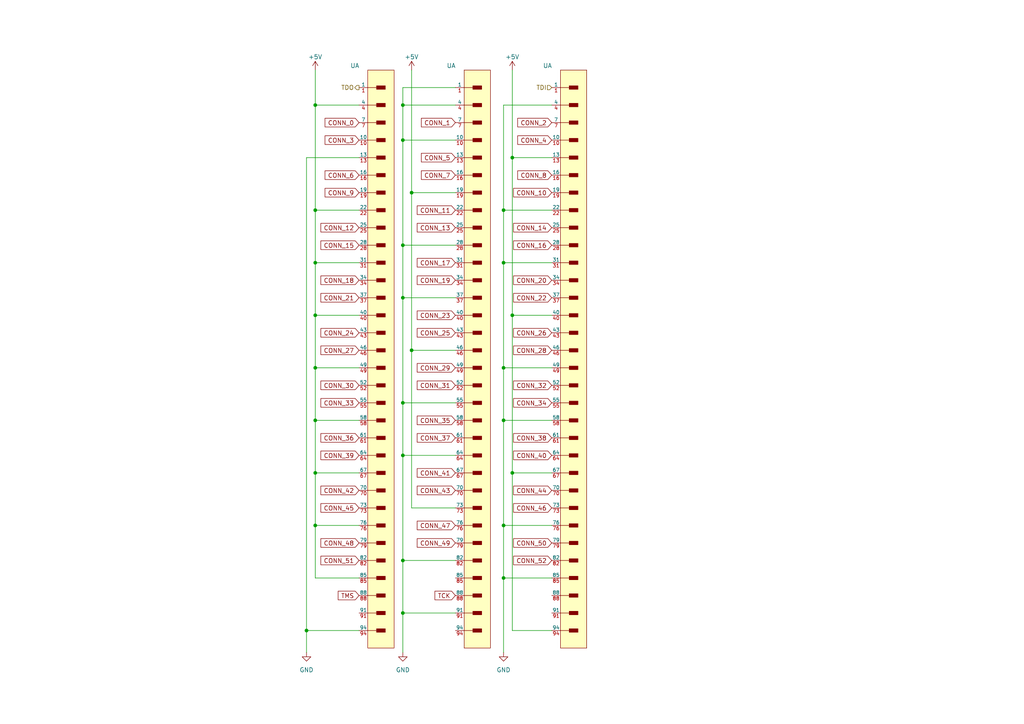
<source format=kicad_sch>
(kicad_sch (version 20220404) (generator eeschema)
  (paper "A4")
  (lib_symbols
    (symbol "09032967825:09032967825" (pin_names (offset 0))
      (property "Reference" "J" (at 0 7.62 0))
      (property "Value" "09032967825" (at 0 10.16 0))
      (symbol "09032967825_1_1"
        (rectangle (start -12.7 5.08) (end -5.08 -162.56) (fill (type background)))
        (rectangle (start -10.16 -156.972) (end -7.62 -157.988) (fill (type outline)))
        (rectangle (start -10.16 -151.892) (end -7.62 -152.908) (fill (type outline)))
        (rectangle (start -10.16 -146.812) (end -7.62 -147.828) (fill (type outline)))
        (rectangle (start -10.16 -141.732) (end -7.62 -142.748) (fill (type outline)))
        (rectangle (start -10.16 -136.652) (end -7.62 -137.668) (fill (type outline)))
        (rectangle (start -10.16 -131.572) (end -7.62 -132.588) (fill (type outline)))
        (rectangle (start -10.16 -126.492) (end -7.62 -127.508) (fill (type outline)))
        (rectangle (start -10.16 -121.412) (end -7.62 -122.428) (fill (type outline)))
        (rectangle (start -10.16 -116.332) (end -7.62 -117.348) (fill (type outline)))
        (rectangle (start -10.16 -111.252) (end -7.62 -112.268) (fill (type outline)))
        (rectangle (start -10.16 -106.172) (end -7.62 -107.188) (fill (type outline)))
        (rectangle (start -10.16 -101.092) (end -7.62 -102.108) (fill (type outline)))
        (rectangle (start -10.16 -96.012) (end -7.62 -97.028) (fill (type outline)))
        (rectangle (start -10.16 -90.932) (end -7.62 -91.948) (fill (type outline)))
        (rectangle (start -10.16 -85.852) (end -7.62 -86.868) (fill (type outline)))
        (rectangle (start -10.16 -80.772) (end -7.62 -81.788) (fill (type outline)))
        (rectangle (start -10.16 -75.692) (end -7.62 -76.708) (fill (type outline)))
        (rectangle (start -10.16 -70.612) (end -7.62 -71.628) (fill (type outline)))
        (rectangle (start -10.16 -65.532) (end -7.62 -66.548) (fill (type outline)))
        (rectangle (start -10.16 -60.452) (end -7.62 -61.468) (fill (type outline)))
        (rectangle (start -10.16 -55.372) (end -7.62 -56.388) (fill (type outline)))
        (rectangle (start -10.16 -50.292) (end -7.62 -51.308) (fill (type outline)))
        (rectangle (start -10.16 -45.212) (end -7.62 -46.228) (fill (type outline)))
        (rectangle (start -10.16 -40.132) (end -7.62 -41.148) (fill (type outline)))
        (rectangle (start -10.16 -35.052) (end -7.62 -36.068) (fill (type outline)))
        (rectangle (start -10.16 -29.972) (end -7.62 -30.988) (fill (type outline)))
        (rectangle (start -10.16 -24.892) (end -7.62 -25.908) (fill (type outline)))
        (rectangle (start -10.16 -19.812) (end -7.62 -20.828) (fill (type outline)))
        (rectangle (start -10.16 -14.732) (end -7.62 -15.748) (fill (type outline)))
        (rectangle (start -10.16 -9.652) (end -7.62 -10.668) (fill (type outline)))
        (rectangle (start -10.16 -4.572) (end -7.62 -5.588) (fill (type outline)))
        (rectangle (start -10.16 0.508) (end -7.62 -0.508) (fill (type outline)))
        (polyline (pts (xy -8.128 -157.48) (xy -5.08 -157.48)))
        (polyline (pts (xy -8.128 -152.4) (xy -5.08 -152.4)))
        (polyline (pts (xy -8.128 -147.32) (xy -5.08 -147.32)))
        (polyline (pts (xy -8.128 -142.24) (xy -5.08 -142.24)))
        (polyline (pts (xy -8.128 -137.16) (xy -5.08 -137.16)))
        (polyline (pts (xy -8.128 -132.08) (xy -5.08 -132.08)))
        (polyline (pts (xy -8.128 -127) (xy -5.08 -127)))
        (polyline (pts (xy -8.128 -121.92) (xy -5.08 -121.92)))
        (polyline (pts (xy -8.128 -116.84) (xy -5.08 -116.84)))
        (polyline (pts (xy -8.128 -111.76) (xy -5.08 -111.76)))
        (polyline (pts (xy -8.128 -106.68) (xy -5.08 -106.68)))
        (polyline (pts (xy -8.128 -101.6) (xy -5.08 -101.6)))
        (polyline (pts (xy -8.128 -96.52) (xy -5.08 -96.52)))
        (polyline (pts (xy -8.128 -91.44) (xy -5.08 -91.44)))
        (polyline (pts (xy -8.128 -86.36) (xy -5.08 -86.36)))
        (polyline (pts (xy -8.128 -81.28) (xy -5.08 -81.28)))
        (polyline (pts (xy -8.128 -76.2) (xy -5.08 -76.2)))
        (polyline (pts (xy -8.128 -71.12) (xy -5.08 -71.12)))
        (polyline (pts (xy -8.128 -66.04) (xy -5.08 -66.04)))
        (polyline (pts (xy -8.128 -60.96) (xy -5.08 -60.96)))
        (polyline (pts (xy -8.128 -55.88) (xy -5.08 -55.88)))
        (polyline (pts (xy -8.128 -50.8) (xy -5.08 -50.8)))
        (polyline (pts (xy -8.128 -45.72) (xy -5.08 -45.72)))
        (polyline (pts (xy -8.128 -40.64) (xy -5.08 -40.64)))
        (polyline (pts (xy -8.128 -35.56) (xy -5.08 -35.56)))
        (polyline (pts (xy -8.128 -30.48) (xy -5.08 -30.48)))
        (polyline (pts (xy -8.128 -25.4) (xy -5.08 -25.4)))
        (polyline (pts (xy -8.128 -20.32) (xy -5.08 -20.32)))
        (polyline (pts (xy -8.128 -15.24) (xy -5.08 -15.24)))
        (polyline (pts (xy -8.128 -10.16) (xy -5.08 -10.16)))
        (polyline (pts (xy -8.128 -5.08) (xy -5.08 -5.08)))
        (polyline (pts (xy -8.128 0) (xy -5.08 0)))
        (pin passive line (at -2.54 0 180) (length 2.54) (name "1") (number "1"))
        (pin passive line (at -2.54 -15.24 180) (length 2.54) (name "10") (number "10"))
        (pin passive line (at -2.54 -20.32 180) (length 2.54) (name "13") (number "13"))
        (pin passive line (at -2.54 -25.4 180) (length 2.54) (name "16") (number "16"))
        (pin passive line (at -2.54 -30.48 180) (length 2.54) (name "19") (number "19"))
        (pin passive line (at -2.54 -35.56 180) (length 2.54) (name "22") (number "22"))
        (pin passive line (at -2.54 -40.64 180) (length 2.54) (name "25") (number "25"))
        (pin passive line (at -2.54 -45.72 180) (length 2.54) (name "28") (number "28"))
        (pin passive line (at -2.54 -50.8 180) (length 2.54) (name "31") (number "31"))
        (pin passive line (at -2.54 -55.88 180) (length 2.54) (name "34") (number "34"))
        (pin passive line (at -2.54 -60.96 180) (length 2.54) (name "37") (number "37"))
        (pin passive line (at -2.54 -5.08 180) (length 2.54) (name "4") (number "4"))
        (pin passive line (at -2.54 -66.04 180) (length 2.54) (name "40") (number "40"))
        (pin passive line (at -2.54 -71.12 180) (length 2.54) (name "43") (number "43"))
        (pin passive line (at -2.54 -76.2 180) (length 2.54) (name "46") (number "46"))
        (pin passive line (at -2.54 -81.28 180) (length 2.54) (name "49") (number "49"))
        (pin passive line (at -2.54 -86.36 180) (length 2.54) (name "52") (number "52"))
        (pin passive line (at -2.54 -91.44 180) (length 2.54) (name "55") (number "55"))
        (pin passive line (at -2.54 -96.52 180) (length 2.54) (name "58") (number "58"))
        (pin passive line (at -2.54 -101.6 180) (length 2.54) (name "61") (number "61"))
        (pin passive line (at -2.54 -106.68 180) (length 2.54) (name "64") (number "64"))
        (pin passive line (at -2.54 -111.76 180) (length 2.54) (name "67") (number "67"))
        (pin passive line (at -2.54 -10.16 180) (length 2.54) (name "7") (number "7"))
        (pin passive line (at -2.54 -116.84 180) (length 2.54) (name "70") (number "70"))
        (pin passive line (at -2.54 -121.92 180) (length 2.54) (name "73") (number "73"))
        (pin passive line (at -2.54 -127 180) (length 2.54) (name "76") (number "76"))
        (pin passive line (at -2.54 -132.08 180) (length 2.54) (name "79") (number "79"))
        (pin passive line (at -2.54 -137.16 180) (length 2.54) (name "82") (number "82"))
        (pin passive line (at -2.54 -142.24 180) (length 2.54) (name "85") (number "85"))
        (pin passive line (at -2.54 -147.32 180) (length 2.54) (name "88") (number "88"))
        (pin passive line (at -2.54 -152.4 180) (length 2.54) (name "91") (number "91"))
        (pin passive line (at -2.54 -157.48 180) (length 2.54) (name "94") (number "94"))
      )
      (symbol "09032967825_2_1"
        (rectangle (start -12.7 5.08) (end -5.08 -162.56) (fill (type background)))
        (rectangle (start -10.16 -156.972) (end -7.62 -157.988) (fill (type outline)))
        (rectangle (start -10.16 -151.892) (end -7.62 -152.908) (fill (type outline)))
        (rectangle (start -10.16 -146.812) (end -7.62 -147.828) (fill (type outline)))
        (rectangle (start -10.16 -141.732) (end -7.62 -142.748) (fill (type outline)))
        (rectangle (start -10.16 -136.652) (end -7.62 -137.668) (fill (type outline)))
        (rectangle (start -10.16 -131.572) (end -7.62 -132.588) (fill (type outline)))
        (rectangle (start -10.16 -126.492) (end -7.62 -127.508) (fill (type outline)))
        (rectangle (start -10.16 -121.412) (end -7.62 -122.428) (fill (type outline)))
        (rectangle (start -10.16 -116.332) (end -7.62 -117.348) (fill (type outline)))
        (rectangle (start -10.16 -111.252) (end -7.62 -112.268) (fill (type outline)))
        (rectangle (start -10.16 -106.172) (end -7.62 -107.188) (fill (type outline)))
        (rectangle (start -10.16 -101.092) (end -7.62 -102.108) (fill (type outline)))
        (rectangle (start -10.16 -96.012) (end -7.62 -97.028) (fill (type outline)))
        (rectangle (start -10.16 -90.932) (end -7.62 -91.948) (fill (type outline)))
        (rectangle (start -10.16 -85.852) (end -7.62 -86.868) (fill (type outline)))
        (rectangle (start -10.16 -80.772) (end -7.62 -81.788) (fill (type outline)))
        (rectangle (start -10.16 -75.692) (end -7.62 -76.708) (fill (type outline)))
        (rectangle (start -10.16 -70.612) (end -7.62 -71.628) (fill (type outline)))
        (rectangle (start -10.16 -65.532) (end -7.62 -66.548) (fill (type outline)))
        (rectangle (start -10.16 -60.452) (end -7.62 -61.468) (fill (type outline)))
        (rectangle (start -10.16 -55.372) (end -7.62 -56.388) (fill (type outline)))
        (rectangle (start -10.16 -50.292) (end -7.62 -51.308) (fill (type outline)))
        (rectangle (start -10.16 -45.212) (end -7.62 -46.228) (fill (type outline)))
        (rectangle (start -10.16 -40.132) (end -7.62 -41.148) (fill (type outline)))
        (rectangle (start -10.16 -35.052) (end -7.62 -36.068) (fill (type outline)))
        (rectangle (start -10.16 -29.972) (end -7.62 -30.988) (fill (type outline)))
        (rectangle (start -10.16 -24.892) (end -7.62 -25.908) (fill (type outline)))
        (rectangle (start -10.16 -19.812) (end -7.62 -20.828) (fill (type outline)))
        (rectangle (start -10.16 -14.732) (end -7.62 -15.748) (fill (type outline)))
        (rectangle (start -10.16 -9.652) (end -7.62 -10.668) (fill (type outline)))
        (rectangle (start -10.16 -4.572) (end -7.62 -5.588) (fill (type outline)))
        (rectangle (start -10.16 0.508) (end -7.62 -0.508) (fill (type outline)))
        (polyline (pts (xy -8.128 -157.48) (xy -5.08 -157.48)))
        (polyline (pts (xy -8.128 -152.4) (xy -5.08 -152.4)))
        (polyline (pts (xy -8.128 -147.32) (xy -5.08 -147.32)))
        (polyline (pts (xy -8.128 -142.24) (xy -5.08 -142.24)))
        (polyline (pts (xy -8.128 -137.16) (xy -5.08 -137.16)))
        (polyline (pts (xy -8.128 -132.08) (xy -5.08 -132.08)))
        (polyline (pts (xy -8.128 -127) (xy -5.08 -127)))
        (polyline (pts (xy -8.128 -121.92) (xy -5.08 -121.92)))
        (polyline (pts (xy -8.128 -116.84) (xy -5.08 -116.84)))
        (polyline (pts (xy -8.128 -111.76) (xy -5.08 -111.76)))
        (polyline (pts (xy -8.128 -106.68) (xy -5.08 -106.68)))
        (polyline (pts (xy -8.128 -101.6) (xy -5.08 -101.6)))
        (polyline (pts (xy -8.128 -96.52) (xy -5.08 -96.52)))
        (polyline (pts (xy -8.128 -91.44) (xy -5.08 -91.44)))
        (polyline (pts (xy -8.128 -86.36) (xy -5.08 -86.36)))
        (polyline (pts (xy -8.128 -81.28) (xy -5.08 -81.28)))
        (polyline (pts (xy -8.128 -76.2) (xy -5.08 -76.2)))
        (polyline (pts (xy -8.128 -71.12) (xy -5.08 -71.12)))
        (polyline (pts (xy -8.128 -66.04) (xy -5.08 -66.04)))
        (polyline (pts (xy -8.128 -60.96) (xy -5.08 -60.96)))
        (polyline (pts (xy -8.128 -55.88) (xy -5.08 -55.88)))
        (polyline (pts (xy -8.128 -50.8) (xy -5.08 -50.8)))
        (polyline (pts (xy -8.128 -45.72) (xy -5.08 -45.72)))
        (polyline (pts (xy -8.128 -40.64) (xy -5.08 -40.64)))
        (polyline (pts (xy -8.128 -35.56) (xy -5.08 -35.56)))
        (polyline (pts (xy -8.128 -30.48) (xy -5.08 -30.48)))
        (polyline (pts (xy -8.128 -25.4) (xy -5.08 -25.4)))
        (polyline (pts (xy -8.128 -20.32) (xy -5.08 -20.32)))
        (polyline (pts (xy -8.128 -15.24) (xy -5.08 -15.24)))
        (polyline (pts (xy -8.128 -10.16) (xy -5.08 -10.16)))
        (polyline (pts (xy -8.128 -5.08) (xy -5.08 -5.08)))
        (polyline (pts (xy -8.128 0) (xy -5.08 0)))
        (pin passive line (at -2.54 -15.24 180) (length 2.54) (name "11") (number "11"))
        (pin passive line (at -2.54 -20.32 180) (length 2.54) (name "14") (number "14"))
        (pin passive line (at -2.54 -25.4 180) (length 2.54) (name "17") (number "17"))
        (pin passive line (at -2.54 0 180) (length 2.54) (name "2") (number "2"))
        (pin passive line (at -2.54 -30.48 180) (length 2.54) (name "20") (number "20"))
        (pin passive line (at -2.54 -35.56 180) (length 2.54) (name "23") (number "23"))
        (pin passive line (at -2.54 -40.64 180) (length 2.54) (name "26") (number "26"))
        (pin passive line (at -2.54 -45.72 180) (length 2.54) (name "29") (number "29"))
        (pin passive line (at -2.54 -50.8 180) (length 2.54) (name "32") (number "32"))
        (pin passive line (at -2.54 -55.88 180) (length 2.54) (name "35") (number "35"))
        (pin passive line (at -2.54 -60.96 180) (length 2.54) (name "38") (number "38"))
        (pin passive line (at -2.54 -66.04 180) (length 2.54) (name "41") (number "41"))
        (pin passive line (at -2.54 -71.12 180) (length 2.54) (name "44") (number "44"))
        (pin passive line (at -2.54 -76.2 180) (length 2.54) (name "47") (number "47"))
        (pin passive line (at -2.54 -5.08 180) (length 2.54) (name "5") (number "5"))
        (pin passive line (at -2.54 -81.28 180) (length 2.54) (name "50") (number "50"))
        (pin passive line (at -2.54 -86.36 180) (length 2.54) (name "53") (number "53"))
        (pin passive line (at -2.54 -91.44 180) (length 2.54) (name "56") (number "56"))
        (pin passive line (at -2.54 -96.52 180) (length 2.54) (name "59") (number "59"))
        (pin passive line (at -2.54 -101.6 180) (length 2.54) (name "62") (number "62"))
        (pin passive line (at -2.54 -106.68 180) (length 2.54) (name "65") (number "65"))
        (pin passive line (at -2.54 -111.76 180) (length 2.54) (name "68") (number "68"))
        (pin passive line (at -2.54 -116.84 180) (length 2.54) (name "71") (number "71"))
        (pin passive line (at -2.54 -121.92 180) (length 2.54) (name "74") (number "74"))
        (pin passive line (at -2.54 -127 180) (length 2.54) (name "77") (number "77"))
        (pin passive line (at -2.54 -10.16 180) (length 2.54) (name "8") (number "8"))
        (pin passive line (at -2.54 -132.08 180) (length 2.54) (name "80") (number "80"))
        (pin passive line (at -2.54 -137.16 180) (length 2.54) (name "83") (number "83"))
        (pin passive line (at -2.54 -142.24 180) (length 2.54) (name "86") (number "86"))
        (pin passive line (at -2.54 -147.32 180) (length 2.54) (name "89") (number "89"))
        (pin passive line (at -2.54 -152.4 180) (length 2.54) (name "92") (number "92"))
        (pin passive line (at -2.54 -157.48 180) (length 2.54) (name "95") (number "95"))
      )
      (symbol "09032967825_3_1"
        (rectangle (start -12.7 5.08) (end -5.08 -162.56) (fill (type background)))
        (rectangle (start -10.16 -156.972) (end -7.62 -157.988) (fill (type outline)))
        (rectangle (start -10.16 -151.892) (end -7.62 -152.908) (fill (type outline)))
        (rectangle (start -10.16 -146.812) (end -7.62 -147.828) (fill (type outline)))
        (rectangle (start -10.16 -141.732) (end -7.62 -142.748) (fill (type outline)))
        (rectangle (start -10.16 -136.652) (end -7.62 -137.668) (fill (type outline)))
        (rectangle (start -10.16 -131.572) (end -7.62 -132.588) (fill (type outline)))
        (rectangle (start -10.16 -126.492) (end -7.62 -127.508) (fill (type outline)))
        (rectangle (start -10.16 -121.412) (end -7.62 -122.428) (fill (type outline)))
        (rectangle (start -10.16 -116.332) (end -7.62 -117.348) (fill (type outline)))
        (rectangle (start -10.16 -111.252) (end -7.62 -112.268) (fill (type outline)))
        (rectangle (start -10.16 -106.172) (end -7.62 -107.188) (fill (type outline)))
        (rectangle (start -10.16 -101.092) (end -7.62 -102.108) (fill (type outline)))
        (rectangle (start -10.16 -96.012) (end -7.62 -97.028) (fill (type outline)))
        (rectangle (start -10.16 -90.932) (end -7.62 -91.948) (fill (type outline)))
        (rectangle (start -10.16 -85.852) (end -7.62 -86.868) (fill (type outline)))
        (rectangle (start -10.16 -80.772) (end -7.62 -81.788) (fill (type outline)))
        (rectangle (start -10.16 -75.692) (end -7.62 -76.708) (fill (type outline)))
        (rectangle (start -10.16 -70.612) (end -7.62 -71.628) (fill (type outline)))
        (rectangle (start -10.16 -65.532) (end -7.62 -66.548) (fill (type outline)))
        (rectangle (start -10.16 -60.452) (end -7.62 -61.468) (fill (type outline)))
        (rectangle (start -10.16 -55.372) (end -7.62 -56.388) (fill (type outline)))
        (rectangle (start -10.16 -50.292) (end -7.62 -51.308) (fill (type outline)))
        (rectangle (start -10.16 -45.212) (end -7.62 -46.228) (fill (type outline)))
        (rectangle (start -10.16 -40.132) (end -7.62 -41.148) (fill (type outline)))
        (rectangle (start -10.16 -35.052) (end -7.62 -36.068) (fill (type outline)))
        (rectangle (start -10.16 -29.972) (end -7.62 -30.988) (fill (type outline)))
        (rectangle (start -10.16 -24.892) (end -7.62 -25.908) (fill (type outline)))
        (rectangle (start -10.16 -19.812) (end -7.62 -20.828) (fill (type outline)))
        (rectangle (start -10.16 -14.732) (end -7.62 -15.748) (fill (type outline)))
        (rectangle (start -10.16 -9.652) (end -7.62 -10.668) (fill (type outline)))
        (rectangle (start -10.16 -4.572) (end -7.62 -5.588) (fill (type outline)))
        (rectangle (start -10.16 0.508) (end -7.62 -0.508) (fill (type outline)))
        (polyline (pts (xy -8.128 -157.48) (xy -5.08 -157.48)))
        (polyline (pts (xy -8.128 -152.4) (xy -5.08 -152.4)))
        (polyline (pts (xy -8.128 -147.32) (xy -5.08 -147.32)))
        (polyline (pts (xy -8.128 -142.24) (xy -5.08 -142.24)))
        (polyline (pts (xy -8.128 -137.16) (xy -5.08 -137.16)))
        (polyline (pts (xy -8.128 -132.08) (xy -5.08 -132.08)))
        (polyline (pts (xy -8.128 -127) (xy -5.08 -127)))
        (polyline (pts (xy -8.128 -121.92) (xy -5.08 -121.92)))
        (polyline (pts (xy -8.128 -116.84) (xy -5.08 -116.84)))
        (polyline (pts (xy -8.128 -111.76) (xy -5.08 -111.76)))
        (polyline (pts (xy -8.128 -106.68) (xy -5.08 -106.68)))
        (polyline (pts (xy -8.128 -101.6) (xy -5.08 -101.6)))
        (polyline (pts (xy -8.128 -96.52) (xy -5.08 -96.52)))
        (polyline (pts (xy -8.128 -91.44) (xy -5.08 -91.44)))
        (polyline (pts (xy -8.128 -86.36) (xy -5.08 -86.36)))
        (polyline (pts (xy -8.128 -81.28) (xy -5.08 -81.28)))
        (polyline (pts (xy -8.128 -76.2) (xy -5.08 -76.2)))
        (polyline (pts (xy -8.128 -71.12) (xy -5.08 -71.12)))
        (polyline (pts (xy -8.128 -66.04) (xy -5.08 -66.04)))
        (polyline (pts (xy -8.128 -60.96) (xy -5.08 -60.96)))
        (polyline (pts (xy -8.128 -55.88) (xy -5.08 -55.88)))
        (polyline (pts (xy -8.128 -50.8) (xy -5.08 -50.8)))
        (polyline (pts (xy -8.128 -45.72) (xy -5.08 -45.72)))
        (polyline (pts (xy -8.128 -40.64) (xy -5.08 -40.64)))
        (polyline (pts (xy -8.128 -35.56) (xy -5.08 -35.56)))
        (polyline (pts (xy -8.128 -30.48) (xy -5.08 -30.48)))
        (polyline (pts (xy -8.128 -25.4) (xy -5.08 -25.4)))
        (polyline (pts (xy -8.128 -20.32) (xy -5.08 -20.32)))
        (polyline (pts (xy -8.128 -15.24) (xy -5.08 -15.24)))
        (polyline (pts (xy -8.128 -10.16) (xy -5.08 -10.16)))
        (polyline (pts (xy -8.128 -5.08) (xy -5.08 -5.08)))
        (polyline (pts (xy -8.128 0) (xy -5.08 0)))
        (pin passive line (at -2.54 -15.24 180) (length 2.54) (name "12") (number "12"))
        (pin passive line (at -2.54 -20.32 180) (length 2.54) (name "15") (number "15"))
        (pin passive line (at -2.54 -25.4 180) (length 2.54) (name "18") (number "18"))
        (pin passive line (at -2.54 -30.48 180) (length 2.54) (name "21") (number "21"))
        (pin passive line (at -2.54 -35.56 180) (length 2.54) (name "24") (number "24"))
        (pin passive line (at -2.54 -40.64 180) (length 2.54) (name "27") (number "27"))
        (pin passive line (at -2.54 0 180) (length 2.54) (name "3") (number "3"))
        (pin passive line (at -2.54 -45.72 180) (length 2.54) (name "30") (number "30"))
        (pin passive line (at -2.54 -50.8 180) (length 2.54) (name "33") (number "33"))
        (pin passive line (at -2.54 -55.88 180) (length 2.54) (name "36") (number "36"))
        (pin passive line (at -2.54 -60.96 180) (length 2.54) (name "39") (number "39"))
        (pin passive line (at -2.54 -66.04 180) (length 2.54) (name "42") (number "42"))
        (pin passive line (at -2.54 -71.12 180) (length 2.54) (name "45") (number "45"))
        (pin passive line (at -2.54 -76.2 180) (length 2.54) (name "48") (number "48"))
        (pin passive line (at -2.54 -81.28 180) (length 2.54) (name "51") (number "51"))
        (pin passive line (at -2.54 -86.36 180) (length 2.54) (name "54") (number "54"))
        (pin passive line (at -2.54 -91.44 180) (length 2.54) (name "57") (number "57"))
        (pin passive line (at -2.54 -5.08 180) (length 2.54) (name "6") (number "6"))
        (pin passive line (at -2.54 -96.52 180) (length 2.54) (name "60") (number "60"))
        (pin passive line (at -2.54 -101.6 180) (length 2.54) (name "63") (number "63"))
        (pin passive line (at -2.54 -106.68 180) (length 2.54) (name "66") (number "66"))
        (pin passive line (at -2.54 -111.76 180) (length 2.54) (name "69") (number "69"))
        (pin passive line (at -2.54 -116.84 180) (length 2.54) (name "72") (number "72"))
        (pin passive line (at -2.54 -121.92 180) (length 2.54) (name "75") (number "75"))
        (pin passive line (at -2.54 -127 180) (length 2.54) (name "78") (number "78"))
        (pin passive line (at -2.54 -132.08 180) (length 2.54) (name "81") (number "81"))
        (pin passive line (at -2.54 -137.16 180) (length 2.54) (name "84") (number "84"))
        (pin passive line (at -2.54 -142.24 180) (length 2.54) (name "87") (number "87"))
        (pin passive line (at -2.54 -10.16 180) (length 2.54) (name "9") (number "9"))
        (pin passive line (at -2.54 -147.32 180) (length 2.54) (name "90") (number "90"))
        (pin passive line (at -2.54 -152.4 180) (length 2.54) (name "93") (number "93"))
        (pin passive line (at -2.54 -157.48 180) (length 2.54) (name "96") (number "96"))
      )
    )
    (symbol "power:+5V" (power) (pin_names (offset 0))
      (property "Value" "+5V" (at 0 3.556 0))
      (symbol "+5V_0_1"
        (polyline (pts (xy -0.762 1.27) (xy 0 2.54)))
        (polyline (pts (xy 0 0) (xy 0 2.54)))
        (polyline (pts (xy 0 2.54) (xy 0.762 1.27)))
      )
      (symbol "+5V_1_1"
        (pin power_in line (at 0 0 90) (length 0) hide (name "+5V") (number "1"))
      )
    )
    (symbol "power:GND" (power) (pin_names (offset 0))
      (property "Value" "GND" (at 0 -3.81 0))
      (symbol "GND_0_1"
        (polyline (pts (xy 0 0) (xy 0 -1.27) (xy 1.27 -1.27) (xy 0 -2.54) (xy -1.27 -1.27) (xy 0 -1.27)))
      )
      (symbol "GND_1_1"
        (pin power_in line (at 0 0 270) (length 0) hide (name "GND") (number "1"))
      )
    )
  )
  (junction (at 116.84 116.84))
  (junction (at 119.38 101.6))
  (junction (at 91.44 30.48))
  (junction (at 146.05 106.68))
  (junction (at 146.05 167.64))
  (junction (at 146.05 60.96))
  (junction (at 116.84 86.36))
  (junction (at 88.9 182.88))
  (junction (at 91.44 137.16))
  (junction (at 91.44 60.96))
  (junction (at 91.44 106.68))
  (junction (at 116.84 132.08))
  (junction (at 91.44 152.4))
  (junction (at 148.59 137.16))
  (junction (at 146.05 152.4))
  (junction (at 119.38 55.88))
  (junction (at 116.84 162.56))
  (junction (at 148.59 91.44))
  (junction (at 91.44 76.2))
  (junction (at 146.05 121.92))
  (junction (at 148.59 45.72))
  (junction (at 91.44 121.92))
  (junction (at 116.84 177.8))
  (junction (at 91.44 91.44))
  (junction (at 116.84 30.48))
  (junction (at 116.84 40.64))
  (junction (at 116.84 71.12))
  (junction (at 146.05 76.2))
  (wire (pts (xy 146.05 30.48) (xy 160.02 30.48)))
  (wire (pts (xy 91.44 91.44) (xy 104.14 91.44)))
  (wire (pts (xy 146.05 76.2) (xy 160.02 76.2)))
  (wire (pts (xy 146.05 167.64) (xy 160.02 167.64)))
  (wire (pts (xy 91.44 106.68) (xy 104.14 106.68)))
  (wire (pts (xy 146.05 60.96) (xy 160.02 60.96)))
  (wire (pts (xy 116.84 132.08) (xy 132.08 132.08)))
  (wire (pts (xy 116.84 30.48) (xy 116.84 25.4)))
  (wire (pts (xy 91.44 137.16) (xy 104.14 137.16)))
  (wire (pts (xy 146.05 106.68) (xy 160.02 106.68)))
  (wire (pts (xy 91.44 152.4) (xy 91.44 167.64)))
  (wire (pts (xy 146.05 121.92) (xy 146.05 106.68)))
  (wire (pts (xy 116.84 25.4) (xy 132.08 25.4)))
  (wire (pts (xy 116.84 71.12) (xy 132.08 71.12)))
  (wire (pts (xy 88.9 182.88) (xy 104.14 182.88)))
  (wire (pts (xy 116.84 40.64) (xy 116.84 30.48)))
  (wire (pts (xy 146.05 60.96) (xy 146.05 30.48)))
  (wire (pts (xy 91.44 137.16) (xy 91.44 152.4)))
  (wire (pts (xy 91.44 167.64) (xy 104.14 167.64)))
  (wire (pts (xy 116.84 116.84) (xy 116.84 86.36)))
  (wire (pts (xy 91.44 60.96) (xy 91.44 76.2)))
  (wire (pts (xy 88.9 189.23) (xy 88.9 182.88)))
  (wire (pts (xy 148.59 91.44) (xy 160.02 91.44)))
  (wire (pts (xy 148.59 20.32) (xy 148.59 45.72)))
  (wire (pts (xy 91.44 121.92) (xy 91.44 137.16)))
  (wire (pts (xy 146.05 121.92) (xy 160.02 121.92)))
  (wire (pts (xy 146.05 106.68) (xy 146.05 76.2)))
  (wire (pts (xy 148.59 45.72) (xy 148.59 91.44)))
  (wire (pts (xy 91.44 91.44) (xy 91.44 106.68)))
  (wire (pts (xy 116.84 86.36) (xy 132.08 86.36)))
  (wire (pts (xy 91.44 76.2) (xy 91.44 91.44)))
  (wire (pts (xy 116.84 189.23) (xy 116.84 177.8)))
  (wire (pts (xy 116.84 71.12) (xy 116.84 40.64)))
  (wire (pts (xy 148.59 91.44) (xy 148.59 137.16)))
  (wire (pts (xy 91.44 106.68) (xy 91.44 121.92)))
  (wire (pts (xy 91.44 30.48) (xy 104.14 30.48)))
  (wire (pts (xy 116.84 132.08) (xy 116.84 116.84)))
  (wire (pts (xy 116.84 40.64) (xy 132.08 40.64)))
  (wire (pts (xy 91.44 121.92) (xy 104.14 121.92)))
  (wire (pts (xy 146.05 76.2) (xy 146.05 60.96)))
  (wire (pts (xy 116.84 30.48) (xy 132.08 30.48)))
  (wire (pts (xy 91.44 30.48) (xy 91.44 60.96)))
  (wire (pts (xy 91.44 60.96) (xy 104.14 60.96)))
  (wire (pts (xy 119.38 101.6) (xy 119.38 147.32)))
  (wire (pts (xy 146.05 152.4) (xy 160.02 152.4)))
  (wire (pts (xy 116.84 162.56) (xy 116.84 132.08)))
  (wire (pts (xy 119.38 55.88) (xy 119.38 101.6)))
  (wire (pts (xy 116.84 162.56) (xy 132.08 162.56)))
  (wire (pts (xy 148.59 137.16) (xy 148.59 182.88)))
  (wire (pts (xy 91.44 76.2) (xy 104.14 76.2)))
  (wire (pts (xy 119.38 147.32) (xy 132.08 147.32)))
  (wire (pts (xy 88.9 45.72) (xy 104.14 45.72)))
  (wire (pts (xy 116.84 86.36) (xy 116.84 71.12)))
  (wire (pts (xy 91.44 20.32) (xy 91.44 30.48)))
  (wire (pts (xy 91.44 152.4) (xy 104.14 152.4)))
  (wire (pts (xy 119.38 101.6) (xy 132.08 101.6)))
  (wire (pts (xy 148.59 182.88) (xy 160.02 182.88)))
  (wire (pts (xy 116.84 116.84) (xy 132.08 116.84)))
  (wire (pts (xy 88.9 45.72) (xy 88.9 182.88)))
  (wire (pts (xy 148.59 45.72) (xy 160.02 45.72)))
  (wire (pts (xy 148.59 137.16) (xy 160.02 137.16)))
  (wire (pts (xy 146.05 189.23) (xy 146.05 167.64)))
  (wire (pts (xy 116.84 177.8) (xy 132.08 177.8)))
  (wire (pts (xy 119.38 55.88) (xy 132.08 55.88)))
  (wire (pts (xy 116.84 177.8) (xy 116.84 162.56)))
  (wire (pts (xy 146.05 167.64) (xy 146.05 152.4)))
  (wire (pts (xy 119.38 20.32) (xy 119.38 55.88)))
  (wire (pts (xy 146.05 152.4) (xy 146.05 121.92)))
  (global_label "CONN_43" (shape input) (at 132.08 142.24 180) (property "Intersheetrefs" "${INTERSHEET_REFS}" (effects hide)))
  (global_label "CONN_7" (shape input) (at 132.08 50.8 180) (property "Intersheetrefs" "${INTERSHEET_REFS}" (effects hide)))
  (global_label "CONN_18" (shape input) (at 104.14 81.28 180) (property "Intersheetrefs" "${INTERSHEET_REFS}" (effects hide)))
  (global_label "CONN_15" (shape input) (at 104.14 71.12 180) (property "Intersheetrefs" "${INTERSHEET_REFS}" (effects hide)))
  (global_label "CONN_9" (shape input) (at 104.14 55.88 180) (property "Intersheetrefs" "${INTERSHEET_REFS}" (effects hide)))
  (global_label "CONN_23" (shape input) (at 132.08 91.44 180) (property "Intersheetrefs" "${INTERSHEET_REFS}" (effects hide)))
  (global_label "CONN_38" (shape input) (at 160.02 127 180) (property "Intersheetrefs" "${INTERSHEET_REFS}" (effects hide)))
  (global_label "CONN_50" (shape input) (at 160.02 157.48 180) (property "Intersheetrefs" "${INTERSHEET_REFS}" (effects hide)))
  (global_label "CONN_21" (shape input) (at 104.14 86.36 180) (property "Intersheetrefs" "${INTERSHEET_REFS}" (effects hide)))
  (global_label "CONN_13" (shape input) (at 132.08 66.04 180) (property "Intersheetrefs" "${INTERSHEET_REFS}" (effects hide)))
  (global_label "CONN_42" (shape input) (at 104.14 142.24 180) (property "Intersheetrefs" "${INTERSHEET_REFS}" (effects hide)))
  (global_label "CONN_29" (shape input) (at 132.08 106.68 180) (property "Intersheetrefs" "${INTERSHEET_REFS}" (effects hide)))
  (global_label "CONN_44" (shape input) (at 160.02 142.24 180) (property "Intersheetrefs" "${INTERSHEET_REFS}" (effects hide)))
  (global_label "CONN_16" (shape input) (at 160.02 71.12 180) (property "Intersheetrefs" "${INTERSHEET_REFS}" (effects hide)))
  (global_label "CONN_41" (shape input) (at 132.08 137.16 180) (property "Intersheetrefs" "${INTERSHEET_REFS}" (effects hide)))
  (global_label "CONN_28" (shape input) (at 160.02 101.6 180) (property "Intersheetrefs" "${INTERSHEET_REFS}" (effects hide)))
  (global_label "CONN_22" (shape input) (at 160.02 86.36 180) (property "Intersheetrefs" "${INTERSHEET_REFS}" (effects hide)))
  (global_label "CONN_34" (shape input) (at 160.02 116.84 180) (property "Intersheetrefs" "${INTERSHEET_REFS}" (effects hide)))
  (global_label "CONN_12" (shape input) (at 104.14 66.04 180) (property "Intersheetrefs" "${INTERSHEET_REFS}" (effects hide)))
  (global_label "CONN_40" (shape input) (at 160.02 132.08 180) (property "Intersheetrefs" "${INTERSHEET_REFS}" (effects hide)))
  (global_label "TMS" (shape input) (at 104.14 172.72 180) (property "Intersheetrefs" "${INTERSHEET_REFS}" (effects hide)))
  (global_label "CONN_24" (shape input) (at 104.14 96.52 180) (property "Intersheetrefs" "${INTERSHEET_REFS}" (effects hide)))
  (global_label "CONN_3" (shape input) (at 104.14 40.64 180) (property "Intersheetrefs" "${INTERSHEET_REFS}" (effects hide)))
  (global_label "CONN_2" (shape input) (at 160.02 35.56 180) (property "Intersheetrefs" "${INTERSHEET_REFS}" (effects hide)))
  (global_label "CONN_52" (shape input) (at 160.02 162.56 180) (property "Intersheetrefs" "${INTERSHEET_REFS}" (effects hide)))
  (global_label "CONN_51" (shape input) (at 104.14 162.56 180) (property "Intersheetrefs" "${INTERSHEET_REFS}" (effects hide)))
  (global_label "CONN_35" (shape input) (at 132.08 121.92 180) (property "Intersheetrefs" "${INTERSHEET_REFS}" (effects hide)))
  (global_label "CONN_47" (shape input) (at 132.08 152.4 180) (property "Intersheetrefs" "${INTERSHEET_REFS}" (effects hide)))
  (global_label "CONN_36" (shape input) (at 104.14 127 180) (property "Intersheetrefs" "${INTERSHEET_REFS}" (effects hide)))
  (global_label "CONN_46" (shape input) (at 160.02 147.32 180) (property "Intersheetrefs" "${INTERSHEET_REFS}" (effects hide)))
  (global_label "CONN_39" (shape input) (at 104.14 132.08 180) (property "Intersheetrefs" "${INTERSHEET_REFS}" (effects hide)))
  (global_label "CONN_45" (shape input) (at 104.14 147.32 180) (property "Intersheetrefs" "${INTERSHEET_REFS}" (effects hide)))
  (global_label "CONN_37" (shape input) (at 132.08 127 180) (property "Intersheetrefs" "${INTERSHEET_REFS}" (effects hide)))
  (global_label "CONN_27" (shape input) (at 104.14 101.6 180) (property "Intersheetrefs" "${INTERSHEET_REFS}" (effects hide)))
  (global_label "CONN_48" (shape input) (at 104.14 157.48 180) (property "Intersheetrefs" "${INTERSHEET_REFS}" (effects hide)))
  (global_label "CONN_6" (shape input) (at 104.14 50.8 180) (property "Intersheetrefs" "${INTERSHEET_REFS}" (effects hide)))
  (global_label "CONN_0" (shape input) (at 104.14 35.56 180) (property "Intersheetrefs" "${INTERSHEET_REFS}" (effects hide)))
  (global_label "CONN_8" (shape input) (at 160.02 50.8 180) (property "Intersheetrefs" "${INTERSHEET_REFS}" (effects hide)))
  (global_label "CONN_30" (shape input) (at 104.14 111.76 180) (property "Intersheetrefs" "${INTERSHEET_REFS}" (effects hide)))
  (global_label "CONN_5" (shape input) (at 132.08 45.72 180) (property "Intersheetrefs" "${INTERSHEET_REFS}" (effects hide)))
  (global_label "CONN_32" (shape input) (at 160.02 111.76 180) (property "Intersheetrefs" "${INTERSHEET_REFS}" (effects hide)))
  (global_label "CONN_31" (shape input) (at 132.08 111.76 180) (property "Intersheetrefs" "${INTERSHEET_REFS}" (effects hide)))
  (global_label "CONN_1" (shape input) (at 132.08 35.56 180) (property "Intersheetrefs" "${INTERSHEET_REFS}" (effects hide)))
  (global_label "CONN_19" (shape input) (at 132.08 81.28 180) (property "Intersheetrefs" "${INTERSHEET_REFS}" (effects hide)))
  (global_label "CONN_17" (shape input) (at 132.08 76.2 180) (property "Intersheetrefs" "${INTERSHEET_REFS}" (effects hide)))
  (global_label "CONN_4" (shape input) (at 160.02 40.64 180) (property "Intersheetrefs" "${INTERSHEET_REFS}" (effects hide)))
  (global_label "CONN_14" (shape input) (at 160.02 66.04 180) (property "Intersheetrefs" "${INTERSHEET_REFS}" (effects hide)))
  (global_label "CONN_49" (shape input) (at 132.08 157.48 180) (property "Intersheetrefs" "${INTERSHEET_REFS}" (effects hide)))
  (global_label "CONN_20" (shape input) (at 160.02 81.28 180) (property "Intersheetrefs" "${INTERSHEET_REFS}" (effects hide)))
  (global_label "CONN_25" (shape input) (at 132.08 96.52 180) (property "Intersheetrefs" "${INTERSHEET_REFS}" (effects hide)))
  (global_label "CONN_33" (shape input) (at 104.14 116.84 180) (property "Intersheetrefs" "${INTERSHEET_REFS}" (effects hide)))
  (global_label "CONN_10" (shape input) (at 160.02 55.88 180) (property "Intersheetrefs" "${INTERSHEET_REFS}" (effects hide)))
  (global_label "TCK" (shape input) (at 132.08 172.72 180) (property "Intersheetrefs" "${INTERSHEET_REFS}" (effects hide)))
  (global_label "CONN_26" (shape input) (at 160.02 96.52 180) (property "Intersheetrefs" "${INTERSHEET_REFS}" (effects hide)))
  (global_label "CONN_11" (shape input) (at 132.08 60.96 180) (property "Intersheetrefs" "${INTERSHEET_REFS}" (effects hide)))
  (hierarchical_label "TDO" (shape output) (at 104.14 25.4 180))
  (hierarchical_label "TDI" (shape input) (at 160.02 25.4 180))
  (symbol (lib_id "power:+5V") (at 119.38 20.32 0) (unit 1)
    (default_instance (reference "#PWR") (unit 1) (value "+5V") (footprint ""))
    (property "Reference" "#PWR" (effects hide))
    (property "Value" "+5V" (at 119.38 16.51 0))
  )
  (symbol (lib_id "power:+5V") (at 148.59 20.32 0) (unit 1)
    (default_instance (reference "#PWR") (unit 1) (value "+5V") (footprint ""))
    (property "Reference" "#PWR" (effects hide))
    (property "Value" "+5V" (at 148.59 16.51 0))
  )
  (symbol (lib_id "power:GND") (at 146.05 189.23 0) (unit 1)
    (default_instance (reference "#PWR") (unit 1) (value "GND") (footprint ""))
    (property "Reference" "#PWR" (effects hide))
    (property "Value" "GND" (at 146.05 194.31 0))
  )
  (symbol (lib_id "09032967825:09032967825") (at 101.6 25.4 0) (mirror y) (unit 1)
    (default_instance (reference "U") (unit 1) (value "") (footprint ""))
    (property "Reference" "U" (at 101.6 19.05 0) (effects (justify right)))
    (property "Datasheet" "https://b2b.harting.com/files/download/PRD/PDF_DS/09031200203_100580339DRW000B.pdf" (effects hide))
    (property "category" "Conn" (effects hide))
    (property "contact material" "Gold,Tin" (effects hide))
    (property "current rating" "2A" (effects hide))
    (property "device class L1" "Connectors" (effects hide))
    (property "device class L2" "Headers and Wire Housings" (effects hide))
    (property "device class L3" "unset" (effects hide))
    (property "digikey description" "DIN-SIGNAL C096MS-3,0C1-2" (effects hide))
    (property "digikey part number" "1195-1155-ND" (effects hide))
    (property "footprint url" "https://b2b.harting.com/files/download/PRD/PDF_TS/0903196X921_100072506DRW318C.pdf" (effects hide))
    (property "height" "11mm" (effects hide))
    (property "is connector" "yes" (effects hide))
    (property "is male" "yes" (effects hide))
    (property "lead free" "yes" (effects hide))
    (property "library id" "da8e1b99bd9ebd5c" (effects hide))
    (property "manufacturer" "Harting" (effects hide))
    (property "mouser part number" "617-09-03-196-6921" (effects hide))
    (property "number of contacts" "96" (effects hide))
    (property "number of rows" "3" (effects hide))
    (property "package" "HDR96" (effects hide))
    (property "rohs" "yes" (effects hide))
    (property "temperature range high" "+125°C" (effects hide))
    (property "temperature range low" "-55°C" (effects hide))
  )
  (symbol (lib_id "09032967825:09032967825") (at 129.54 25.4 0) (mirror y) (unit 1)
    (default_instance (reference "U") (unit 1) (value "") (footprint ""))
    (property "Reference" "U" (at 129.54 19.05 0) (effects (justify right)))
    (property "Datasheet" "https://b2b.harting.com/files/download/PRD/PDF_DS/09031200203_100580339DRW000B.pdf" (effects hide))
    (property "category" "Conn" (effects hide))
    (property "contact material" "Gold,Tin" (effects hide))
    (property "current rating" "2A" (effects hide))
    (property "device class L1" "Connectors" (effects hide))
    (property "device class L2" "Headers and Wire Housings" (effects hide))
    (property "device class L3" "unset" (effects hide))
    (property "digikey description" "DIN-SIGNAL C096MS-3,0C1-2" (effects hide))
    (property "digikey part number" "1195-1155-ND" (effects hide))
    (property "footprint url" "https://b2b.harting.com/files/download/PRD/PDF_TS/0903196X921_100072506DRW318C.pdf" (effects hide))
    (property "height" "11mm" (effects hide))
    (property "is connector" "yes" (effects hide))
    (property "is male" "yes" (effects hide))
    (property "lead free" "yes" (effects hide))
    (property "library id" "da8e1b99bd9ebd5c" (effects hide))
    (property "manufacturer" "Harting" (effects hide))
    (property "mouser part number" "617-09-03-196-6921" (effects hide))
    (property "number of contacts" "96" (effects hide))
    (property "number of rows" "3" (effects hide))
    (property "package" "HDR96" (effects hide))
    (property "rohs" "yes" (effects hide))
    (property "temperature range high" "+125°C" (effects hide))
    (property "temperature range low" "-55°C" (effects hide))
  )
  (symbol (lib_id "power:GND") (at 116.84 189.23 0) (unit 1)
    (default_instance (reference "#PWR") (unit 1) (value "GND") (footprint ""))
    (property "Reference" "#PWR" (effects hide))
    (property "Value" "GND" (at 116.84 194.31 0))
  )
  (symbol (lib_id "power:GND") (at 88.9 189.23 0) (unit 1)
    (default_instance (reference "#PWR") (unit 1) (value "GND") (footprint ""))
    (property "Reference" "#PWR" (effects hide))
    (property "Value" "GND" (at 88.9 194.31 0))
  )
  (symbol (lib_id "09032967825:09032967825") (at 157.48 25.4 0) (mirror y) (unit 1)
    (default_instance (reference "U") (unit 1) (value "") (footprint ""))
    (property "Reference" "U" (at 157.48 19.05 0) (effects (justify right)))
    (property "Datasheet" "https://b2b.harting.com/files/download/PRD/PDF_DS/09031200203_100580339DRW000B.pdf" (effects hide))
    (property "category" "Conn" (effects hide))
    (property "contact material" "Gold,Tin" (effects hide))
    (property "current rating" "2A" (effects hide))
    (property "device class L1" "Connectors" (effects hide))
    (property "device class L2" "Headers and Wire Housings" (effects hide))
    (property "device class L3" "unset" (effects hide))
    (property "digikey description" "DIN-SIGNAL C096MS-3,0C1-2" (effects hide))
    (property "digikey part number" "1195-1155-ND" (effects hide))
    (property "footprint url" "https://b2b.harting.com/files/download/PRD/PDF_TS/0903196X921_100072506DRW318C.pdf" (effects hide))
    (property "height" "11mm" (effects hide))
    (property "is connector" "yes" (effects hide))
    (property "is male" "yes" (effects hide))
    (property "lead free" "yes" (effects hide))
    (property "library id" "da8e1b99bd9ebd5c" (effects hide))
    (property "manufacturer" "Harting" (effects hide))
    (property "mouser part number" "617-09-03-196-6921" (effects hide))
    (property "number of contacts" "96" (effects hide))
    (property "number of rows" "3" (effects hide))
    (property "package" "HDR96" (effects hide))
    (property "rohs" "yes" (effects hide))
    (property "temperature range high" "+125°C" (effects hide))
    (property "temperature range low" "-55°C" (effects hide))
  )
  (symbol (lib_id "power:+5V") (at 91.44 20.32 0) (unit 1)
    (default_instance (reference "#PWR") (unit 1) (value "+5V") (footprint ""))
    (property "Reference" "#PWR" (effects hide))
    (property "Value" "+5V" (at 91.44 16.51 0))
  )
)
</source>
